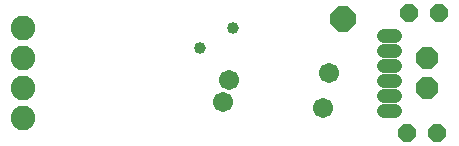
<source format=gbr>
G04 EAGLE Gerber RS-274X export*
G75*
%MOMM*%
%FSLAX34Y34*%
%LPD*%
%INSoldermask Bottom*%
%IPPOS*%
%AMOC8*
5,1,8,0,0,1.08239X$1,22.5*%
G01*
%ADD10C,1.211200*%
%ADD11P,2.034460X8X112.500000*%
%ADD12C,2.082800*%
%ADD13P,1.649562X8X22.500000*%
%ADD14P,2.309387X8X292.500000*%
%ADD15C,1.703200*%
%ADD16C,1.009600*%


D10*
X323060Y52450D02*
X333140Y52450D01*
X333140Y65150D02*
X323060Y65150D01*
X323060Y77850D02*
X333140Y77850D01*
X333140Y90550D02*
X323060Y90550D01*
X323060Y103250D02*
X333140Y103250D01*
X333140Y115950D02*
X323060Y115950D01*
D11*
X360000Y72300D03*
X360000Y97700D03*
D12*
X18000Y123000D03*
X18000Y97600D03*
X18000Y72200D03*
X18000Y46800D03*
D13*
X344300Y135000D03*
X369700Y135000D03*
X343300Y34000D03*
X368700Y34000D03*
D14*
X289000Y130000D03*
D15*
X272000Y55150D03*
X187000Y60000D03*
X277000Y85000D03*
X192000Y79000D03*
D16*
X168000Y106000D03*
X196000Y123000D03*
M02*

</source>
